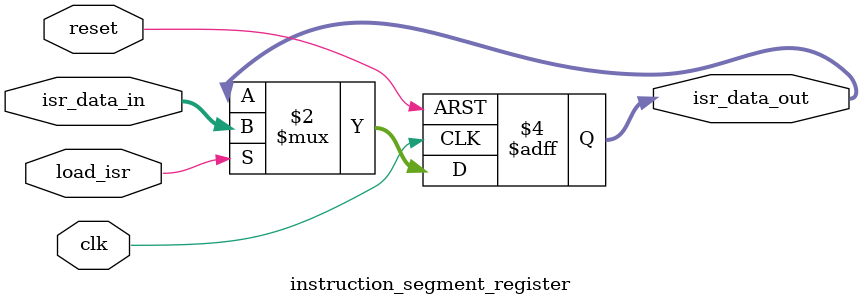
<source format=v>
module instruction_segment_register (
    input clk,
    input reset,
    input load_isr,
    input [15:0] isr_data_in,  
    output reg [15:0] isr_data_out 
);

always @(posedge clk or posedge reset) begin
    if (reset) begin
        isr_data_out <= 16'd0; 
    end else if (load_isr) begin
        isr_data_out <= isr_data_in;
    end
end

endmodule

</source>
